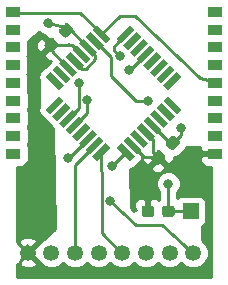
<source format=gbr>
%TF.GenerationSoftware,KiCad,Pcbnew,(5.0.0)*%
%TF.CreationDate,2019-02-01T22:06:09+01:00*%
%TF.ProjectId,HM-LC-Sw1-Pl-DN-R1_OBII,484D2D4C432D5377312D506C2D444E2D,rev?*%
%TF.SameCoordinates,Original*%
%TF.FileFunction,Copper,L1,Top,Signal*%
%TF.FilePolarity,Positive*%
%FSLAX46Y46*%
G04 Gerber Fmt 4.6, Leading zero omitted, Abs format (unit mm)*
G04 Created by KiCad (PCBNEW (5.0.0)) date 02/01/19 22:06:09*
%MOMM*%
%LPD*%
G01*
G04 APERTURE LIST*
%ADD10R,1.350000X1.350000*%
%ADD11C,1.350000*%
%ADD12C,0.550000*%
%ADD13C,0.150000*%
%ADD14C,0.950000*%
%ADD15R,1.300000X0.900000*%
%ADD16C,0.800000*%
%ADD17C,0.250000*%
%ADD18C,0.254000*%
G04 APERTURE END LIST*
D10*
X155500000Y-97750000D03*
D11*
X155700000Y-101250000D03*
X141700000Y-101250000D03*
X143700000Y-101250000D03*
X145700000Y-101250000D03*
X147700000Y-101250000D03*
X149700000Y-101250000D03*
X151700000Y-101250000D03*
X153700000Y-101250000D03*
D12*
X147924695Y-82764897D03*
D13*
G36*
X147164555Y-82393666D02*
X147553464Y-82004757D01*
X148684835Y-83136128D01*
X148295926Y-83525037D01*
X147164555Y-82393666D01*
X147164555Y-82393666D01*
G37*
D12*
X147359010Y-83330583D03*
D13*
G36*
X146598870Y-82959352D02*
X146987779Y-82570443D01*
X148119150Y-83701814D01*
X147730241Y-84090723D01*
X146598870Y-82959352D01*
X146598870Y-82959352D01*
G37*
D12*
X146793324Y-83896268D03*
D13*
G36*
X146033184Y-83525037D02*
X146422093Y-83136128D01*
X147553464Y-84267499D01*
X147164555Y-84656408D01*
X146033184Y-83525037D01*
X146033184Y-83525037D01*
G37*
D12*
X146227639Y-84461953D03*
D13*
G36*
X145467499Y-84090722D02*
X145856408Y-83701813D01*
X146987779Y-84833184D01*
X146598870Y-85222093D01*
X145467499Y-84090722D01*
X145467499Y-84090722D01*
G37*
D12*
X145661953Y-85027639D03*
D13*
G36*
X144901813Y-84656408D02*
X145290722Y-84267499D01*
X146422093Y-85398870D01*
X146033184Y-85787779D01*
X144901813Y-84656408D01*
X144901813Y-84656408D01*
G37*
D12*
X145096268Y-85593324D03*
D13*
G36*
X144336128Y-85222093D02*
X144725037Y-84833184D01*
X145856408Y-85964555D01*
X145467499Y-86353464D01*
X144336128Y-85222093D01*
X144336128Y-85222093D01*
G37*
D12*
X144530583Y-86159010D03*
D13*
G36*
X143770443Y-85787779D02*
X144159352Y-85398870D01*
X145290723Y-86530241D01*
X144901814Y-86919150D01*
X143770443Y-85787779D01*
X143770443Y-85787779D01*
G37*
D12*
X143964897Y-86724695D03*
D13*
G36*
X143204757Y-86353464D02*
X143593666Y-85964555D01*
X144725037Y-87095926D01*
X144336128Y-87484835D01*
X143204757Y-86353464D01*
X143204757Y-86353464D01*
G37*
D12*
X143964897Y-88775305D03*
D13*
G36*
X143593666Y-89535445D02*
X143204757Y-89146536D01*
X144336128Y-88015165D01*
X144725037Y-88404074D01*
X143593666Y-89535445D01*
X143593666Y-89535445D01*
G37*
D12*
X144530583Y-89340990D03*
D13*
G36*
X144159352Y-90101130D02*
X143770443Y-89712221D01*
X144901814Y-88580850D01*
X145290723Y-88969759D01*
X144159352Y-90101130D01*
X144159352Y-90101130D01*
G37*
D12*
X145096268Y-89906676D03*
D13*
G36*
X144725037Y-90666816D02*
X144336128Y-90277907D01*
X145467499Y-89146536D01*
X145856408Y-89535445D01*
X144725037Y-90666816D01*
X144725037Y-90666816D01*
G37*
D12*
X145661953Y-90472361D03*
D13*
G36*
X145290722Y-91232501D02*
X144901813Y-90843592D01*
X146033184Y-89712221D01*
X146422093Y-90101130D01*
X145290722Y-91232501D01*
X145290722Y-91232501D01*
G37*
D12*
X146227639Y-91038047D03*
D13*
G36*
X145856408Y-91798187D02*
X145467499Y-91409278D01*
X146598870Y-90277907D01*
X146987779Y-90666816D01*
X145856408Y-91798187D01*
X145856408Y-91798187D01*
G37*
D12*
X146793324Y-91603732D03*
D13*
G36*
X146422093Y-92363872D02*
X146033184Y-91974963D01*
X147164555Y-90843592D01*
X147553464Y-91232501D01*
X146422093Y-92363872D01*
X146422093Y-92363872D01*
G37*
D12*
X147359010Y-92169417D03*
D13*
G36*
X146987779Y-92929557D02*
X146598870Y-92540648D01*
X147730241Y-91409277D01*
X148119150Y-91798186D01*
X146987779Y-92929557D01*
X146987779Y-92929557D01*
G37*
D12*
X147924695Y-92735103D03*
D13*
G36*
X147553464Y-93495243D02*
X147164555Y-93106334D01*
X148295926Y-91974963D01*
X148684835Y-92363872D01*
X147553464Y-93495243D01*
X147553464Y-93495243D01*
G37*
D12*
X149975305Y-92735103D03*
D13*
G36*
X149215165Y-92363872D02*
X149604074Y-91974963D01*
X150735445Y-93106334D01*
X150346536Y-93495243D01*
X149215165Y-92363872D01*
X149215165Y-92363872D01*
G37*
D12*
X150540990Y-92169417D03*
D13*
G36*
X149780850Y-91798186D02*
X150169759Y-91409277D01*
X151301130Y-92540648D01*
X150912221Y-92929557D01*
X149780850Y-91798186D01*
X149780850Y-91798186D01*
G37*
D12*
X151106676Y-91603732D03*
D13*
G36*
X150346536Y-91232501D02*
X150735445Y-90843592D01*
X151866816Y-91974963D01*
X151477907Y-92363872D01*
X150346536Y-91232501D01*
X150346536Y-91232501D01*
G37*
D12*
X151672361Y-91038047D03*
D13*
G36*
X150912221Y-90666816D02*
X151301130Y-90277907D01*
X152432501Y-91409278D01*
X152043592Y-91798187D01*
X150912221Y-90666816D01*
X150912221Y-90666816D01*
G37*
D12*
X152238047Y-90472361D03*
D13*
G36*
X151477907Y-90101130D02*
X151866816Y-89712221D01*
X152998187Y-90843592D01*
X152609278Y-91232501D01*
X151477907Y-90101130D01*
X151477907Y-90101130D01*
G37*
D12*
X152803732Y-89906676D03*
D13*
G36*
X152043592Y-89535445D02*
X152432501Y-89146536D01*
X153563872Y-90277907D01*
X153174963Y-90666816D01*
X152043592Y-89535445D01*
X152043592Y-89535445D01*
G37*
D12*
X153369417Y-89340990D03*
D13*
G36*
X152609277Y-88969759D02*
X152998186Y-88580850D01*
X154129557Y-89712221D01*
X153740648Y-90101130D01*
X152609277Y-88969759D01*
X152609277Y-88969759D01*
G37*
D12*
X153935103Y-88775305D03*
D13*
G36*
X153174963Y-88404074D02*
X153563872Y-88015165D01*
X154695243Y-89146536D01*
X154306334Y-89535445D01*
X153174963Y-88404074D01*
X153174963Y-88404074D01*
G37*
D12*
X153935103Y-86724695D03*
D13*
G36*
X153563872Y-87484835D02*
X153174963Y-87095926D01*
X154306334Y-85964555D01*
X154695243Y-86353464D01*
X153563872Y-87484835D01*
X153563872Y-87484835D01*
G37*
D12*
X153369417Y-86159010D03*
D13*
G36*
X152998186Y-86919150D02*
X152609277Y-86530241D01*
X153740648Y-85398870D01*
X154129557Y-85787779D01*
X152998186Y-86919150D01*
X152998186Y-86919150D01*
G37*
D12*
X152803732Y-85593324D03*
D13*
G36*
X152432501Y-86353464D02*
X152043592Y-85964555D01*
X153174963Y-84833184D01*
X153563872Y-85222093D01*
X152432501Y-86353464D01*
X152432501Y-86353464D01*
G37*
D12*
X152238047Y-85027639D03*
D13*
G36*
X151866816Y-85787779D02*
X151477907Y-85398870D01*
X152609278Y-84267499D01*
X152998187Y-84656408D01*
X151866816Y-85787779D01*
X151866816Y-85787779D01*
G37*
D12*
X151672361Y-84461953D03*
D13*
G36*
X151301130Y-85222093D02*
X150912221Y-84833184D01*
X152043592Y-83701813D01*
X152432501Y-84090722D01*
X151301130Y-85222093D01*
X151301130Y-85222093D01*
G37*
D12*
X151106676Y-83896268D03*
D13*
G36*
X150735445Y-84656408D02*
X150346536Y-84267499D01*
X151477907Y-83136128D01*
X151866816Y-83525037D01*
X150735445Y-84656408D01*
X150735445Y-84656408D01*
G37*
D12*
X150540990Y-83330583D03*
D13*
G36*
X150169759Y-84090723D02*
X149780850Y-83701814D01*
X150912221Y-82570443D01*
X151301130Y-82959352D01*
X150169759Y-84090723D01*
X150169759Y-84090723D01*
G37*
D12*
X149975305Y-82764897D03*
D13*
G36*
X149604074Y-83525037D02*
X149215165Y-83136128D01*
X150346536Y-82004757D01*
X150735445Y-82393666D01*
X149604074Y-83525037D01*
X149604074Y-83525037D01*
G37*
G36*
X145002352Y-81823695D02*
X145025407Y-81827114D01*
X145048016Y-81832778D01*
X145069960Y-81840630D01*
X145091030Y-81850595D01*
X145111021Y-81862577D01*
X145129741Y-81876461D01*
X145147011Y-81892113D01*
X145482887Y-82227989D01*
X145498539Y-82245259D01*
X145512423Y-82263979D01*
X145524405Y-82283970D01*
X145534370Y-82305040D01*
X145542222Y-82326984D01*
X145547886Y-82349593D01*
X145551305Y-82372648D01*
X145552449Y-82395927D01*
X145551305Y-82419206D01*
X145547886Y-82442261D01*
X145542222Y-82464870D01*
X145534370Y-82486814D01*
X145524405Y-82507884D01*
X145512423Y-82527875D01*
X145498539Y-82546595D01*
X145482887Y-82563865D01*
X145076301Y-82970451D01*
X145059031Y-82986103D01*
X145040311Y-82999987D01*
X145020320Y-83011969D01*
X144999250Y-83021934D01*
X144977306Y-83029786D01*
X144954697Y-83035450D01*
X144931642Y-83038869D01*
X144908363Y-83040013D01*
X144885084Y-83038869D01*
X144862029Y-83035450D01*
X144839420Y-83029786D01*
X144817476Y-83021934D01*
X144796406Y-83011969D01*
X144776415Y-82999987D01*
X144757695Y-82986103D01*
X144740425Y-82970451D01*
X144404549Y-82634575D01*
X144388897Y-82617305D01*
X144375013Y-82598585D01*
X144363031Y-82578594D01*
X144353066Y-82557524D01*
X144345214Y-82535580D01*
X144339550Y-82512971D01*
X144336131Y-82489916D01*
X144334987Y-82466637D01*
X144336131Y-82443358D01*
X144339550Y-82420303D01*
X144345214Y-82397694D01*
X144353066Y-82375750D01*
X144363031Y-82354680D01*
X144375013Y-82334689D01*
X144388897Y-82315969D01*
X144404549Y-82298699D01*
X144811135Y-81892113D01*
X144828405Y-81876461D01*
X144847125Y-81862577D01*
X144867116Y-81850595D01*
X144888186Y-81840630D01*
X144910130Y-81832778D01*
X144932739Y-81827114D01*
X144955794Y-81823695D01*
X144979073Y-81822551D01*
X145002352Y-81823695D01*
X145002352Y-81823695D01*
G37*
D14*
X144943718Y-82431282D03*
D13*
G36*
X143764916Y-83061131D02*
X143787971Y-83064550D01*
X143810580Y-83070214D01*
X143832524Y-83078066D01*
X143853594Y-83088031D01*
X143873585Y-83100013D01*
X143892305Y-83113897D01*
X143909575Y-83129549D01*
X144245451Y-83465425D01*
X144261103Y-83482695D01*
X144274987Y-83501415D01*
X144286969Y-83521406D01*
X144296934Y-83542476D01*
X144304786Y-83564420D01*
X144310450Y-83587029D01*
X144313869Y-83610084D01*
X144315013Y-83633363D01*
X144313869Y-83656642D01*
X144310450Y-83679697D01*
X144304786Y-83702306D01*
X144296934Y-83724250D01*
X144286969Y-83745320D01*
X144274987Y-83765311D01*
X144261103Y-83784031D01*
X144245451Y-83801301D01*
X143838865Y-84207887D01*
X143821595Y-84223539D01*
X143802875Y-84237423D01*
X143782884Y-84249405D01*
X143761814Y-84259370D01*
X143739870Y-84267222D01*
X143717261Y-84272886D01*
X143694206Y-84276305D01*
X143670927Y-84277449D01*
X143647648Y-84276305D01*
X143624593Y-84272886D01*
X143601984Y-84267222D01*
X143580040Y-84259370D01*
X143558970Y-84249405D01*
X143538979Y-84237423D01*
X143520259Y-84223539D01*
X143502989Y-84207887D01*
X143167113Y-83872011D01*
X143151461Y-83854741D01*
X143137577Y-83836021D01*
X143125595Y-83816030D01*
X143115630Y-83794960D01*
X143107778Y-83773016D01*
X143102114Y-83750407D01*
X143098695Y-83727352D01*
X143097551Y-83704073D01*
X143098695Y-83680794D01*
X143102114Y-83657739D01*
X143107778Y-83635130D01*
X143115630Y-83613186D01*
X143125595Y-83592116D01*
X143137577Y-83572125D01*
X143151461Y-83553405D01*
X143167113Y-83536135D01*
X143573699Y-83129549D01*
X143590969Y-83113897D01*
X143609689Y-83100013D01*
X143629680Y-83088031D01*
X143650750Y-83078066D01*
X143672694Y-83070214D01*
X143695303Y-83064550D01*
X143718358Y-83061131D01*
X143741637Y-83059987D01*
X143764916Y-83061131D01*
X143764916Y-83061131D01*
G37*
D14*
X143706282Y-83668718D03*
D13*
G36*
X152789916Y-92586131D02*
X152812971Y-92589550D01*
X152835580Y-92595214D01*
X152857524Y-92603066D01*
X152878594Y-92613031D01*
X152898585Y-92625013D01*
X152917305Y-92638897D01*
X152934575Y-92654549D01*
X153270451Y-92990425D01*
X153286103Y-93007695D01*
X153299987Y-93026415D01*
X153311969Y-93046406D01*
X153321934Y-93067476D01*
X153329786Y-93089420D01*
X153335450Y-93112029D01*
X153338869Y-93135084D01*
X153340013Y-93158363D01*
X153338869Y-93181642D01*
X153335450Y-93204697D01*
X153329786Y-93227306D01*
X153321934Y-93249250D01*
X153311969Y-93270320D01*
X153299987Y-93290311D01*
X153286103Y-93309031D01*
X153270451Y-93326301D01*
X152863865Y-93732887D01*
X152846595Y-93748539D01*
X152827875Y-93762423D01*
X152807884Y-93774405D01*
X152786814Y-93784370D01*
X152764870Y-93792222D01*
X152742261Y-93797886D01*
X152719206Y-93801305D01*
X152695927Y-93802449D01*
X152672648Y-93801305D01*
X152649593Y-93797886D01*
X152626984Y-93792222D01*
X152605040Y-93784370D01*
X152583970Y-93774405D01*
X152563979Y-93762423D01*
X152545259Y-93748539D01*
X152527989Y-93732887D01*
X152192113Y-93397011D01*
X152176461Y-93379741D01*
X152162577Y-93361021D01*
X152150595Y-93341030D01*
X152140630Y-93319960D01*
X152132778Y-93298016D01*
X152127114Y-93275407D01*
X152123695Y-93252352D01*
X152122551Y-93229073D01*
X152123695Y-93205794D01*
X152127114Y-93182739D01*
X152132778Y-93160130D01*
X152140630Y-93138186D01*
X152150595Y-93117116D01*
X152162577Y-93097125D01*
X152176461Y-93078405D01*
X152192113Y-93061135D01*
X152598699Y-92654549D01*
X152615969Y-92638897D01*
X152634689Y-92625013D01*
X152654680Y-92613031D01*
X152675750Y-92603066D01*
X152697694Y-92595214D01*
X152720303Y-92589550D01*
X152743358Y-92586131D01*
X152766637Y-92584987D01*
X152789916Y-92586131D01*
X152789916Y-92586131D01*
G37*
D14*
X152731282Y-93193718D03*
D13*
G36*
X154027352Y-91348695D02*
X154050407Y-91352114D01*
X154073016Y-91357778D01*
X154094960Y-91365630D01*
X154116030Y-91375595D01*
X154136021Y-91387577D01*
X154154741Y-91401461D01*
X154172011Y-91417113D01*
X154507887Y-91752989D01*
X154523539Y-91770259D01*
X154537423Y-91788979D01*
X154549405Y-91808970D01*
X154559370Y-91830040D01*
X154567222Y-91851984D01*
X154572886Y-91874593D01*
X154576305Y-91897648D01*
X154577449Y-91920927D01*
X154576305Y-91944206D01*
X154572886Y-91967261D01*
X154567222Y-91989870D01*
X154559370Y-92011814D01*
X154549405Y-92032884D01*
X154537423Y-92052875D01*
X154523539Y-92071595D01*
X154507887Y-92088865D01*
X154101301Y-92495451D01*
X154084031Y-92511103D01*
X154065311Y-92524987D01*
X154045320Y-92536969D01*
X154024250Y-92546934D01*
X154002306Y-92554786D01*
X153979697Y-92560450D01*
X153956642Y-92563869D01*
X153933363Y-92565013D01*
X153910084Y-92563869D01*
X153887029Y-92560450D01*
X153864420Y-92554786D01*
X153842476Y-92546934D01*
X153821406Y-92536969D01*
X153801415Y-92524987D01*
X153782695Y-92511103D01*
X153765425Y-92495451D01*
X153429549Y-92159575D01*
X153413897Y-92142305D01*
X153400013Y-92123585D01*
X153388031Y-92103594D01*
X153378066Y-92082524D01*
X153370214Y-92060580D01*
X153364550Y-92037971D01*
X153361131Y-92014916D01*
X153359987Y-91991637D01*
X153361131Y-91968358D01*
X153364550Y-91945303D01*
X153370214Y-91922694D01*
X153378066Y-91900750D01*
X153388031Y-91879680D01*
X153400013Y-91859689D01*
X153413897Y-91840969D01*
X153429549Y-91823699D01*
X153836135Y-91417113D01*
X153853405Y-91401461D01*
X153872125Y-91387577D01*
X153892116Y-91375595D01*
X153913186Y-91365630D01*
X153935130Y-91357778D01*
X153957739Y-91352114D01*
X153980794Y-91348695D01*
X154004073Y-91347551D01*
X154027352Y-91348695D01*
X154027352Y-91348695D01*
G37*
D14*
X153968718Y-91956282D03*
D13*
G36*
X152160779Y-97276144D02*
X152183834Y-97279563D01*
X152206443Y-97285227D01*
X152228387Y-97293079D01*
X152249457Y-97303044D01*
X152269448Y-97315026D01*
X152288168Y-97328910D01*
X152305438Y-97344562D01*
X152321090Y-97361832D01*
X152334974Y-97380552D01*
X152346956Y-97400543D01*
X152356921Y-97421613D01*
X152364773Y-97443557D01*
X152370437Y-97466166D01*
X152373856Y-97489221D01*
X152375000Y-97512500D01*
X152375000Y-97987500D01*
X152373856Y-98010779D01*
X152370437Y-98033834D01*
X152364773Y-98056443D01*
X152356921Y-98078387D01*
X152346956Y-98099457D01*
X152334974Y-98119448D01*
X152321090Y-98138168D01*
X152305438Y-98155438D01*
X152288168Y-98171090D01*
X152269448Y-98184974D01*
X152249457Y-98196956D01*
X152228387Y-98206921D01*
X152206443Y-98214773D01*
X152183834Y-98220437D01*
X152160779Y-98223856D01*
X152137500Y-98225000D01*
X151562500Y-98225000D01*
X151539221Y-98223856D01*
X151516166Y-98220437D01*
X151493557Y-98214773D01*
X151471613Y-98206921D01*
X151450543Y-98196956D01*
X151430552Y-98184974D01*
X151411832Y-98171090D01*
X151394562Y-98155438D01*
X151378910Y-98138168D01*
X151365026Y-98119448D01*
X151353044Y-98099457D01*
X151343079Y-98078387D01*
X151335227Y-98056443D01*
X151329563Y-98033834D01*
X151326144Y-98010779D01*
X151325000Y-97987500D01*
X151325000Y-97512500D01*
X151326144Y-97489221D01*
X151329563Y-97466166D01*
X151335227Y-97443557D01*
X151343079Y-97421613D01*
X151353044Y-97400543D01*
X151365026Y-97380552D01*
X151378910Y-97361832D01*
X151394562Y-97344562D01*
X151411832Y-97328910D01*
X151430552Y-97315026D01*
X151450543Y-97303044D01*
X151471613Y-97293079D01*
X151493557Y-97285227D01*
X151516166Y-97279563D01*
X151539221Y-97276144D01*
X151562500Y-97275000D01*
X152137500Y-97275000D01*
X152160779Y-97276144D01*
X152160779Y-97276144D01*
G37*
D14*
X151850000Y-97750000D03*
D13*
G36*
X153910779Y-97276144D02*
X153933834Y-97279563D01*
X153956443Y-97285227D01*
X153978387Y-97293079D01*
X153999457Y-97303044D01*
X154019448Y-97315026D01*
X154038168Y-97328910D01*
X154055438Y-97344562D01*
X154071090Y-97361832D01*
X154084974Y-97380552D01*
X154096956Y-97400543D01*
X154106921Y-97421613D01*
X154114773Y-97443557D01*
X154120437Y-97466166D01*
X154123856Y-97489221D01*
X154125000Y-97512500D01*
X154125000Y-97987500D01*
X154123856Y-98010779D01*
X154120437Y-98033834D01*
X154114773Y-98056443D01*
X154106921Y-98078387D01*
X154096956Y-98099457D01*
X154084974Y-98119448D01*
X154071090Y-98138168D01*
X154055438Y-98155438D01*
X154038168Y-98171090D01*
X154019448Y-98184974D01*
X153999457Y-98196956D01*
X153978387Y-98206921D01*
X153956443Y-98214773D01*
X153933834Y-98220437D01*
X153910779Y-98223856D01*
X153887500Y-98225000D01*
X153312500Y-98225000D01*
X153289221Y-98223856D01*
X153266166Y-98220437D01*
X153243557Y-98214773D01*
X153221613Y-98206921D01*
X153200543Y-98196956D01*
X153180552Y-98184974D01*
X153161832Y-98171090D01*
X153144562Y-98155438D01*
X153128910Y-98138168D01*
X153115026Y-98119448D01*
X153103044Y-98099457D01*
X153093079Y-98078387D01*
X153085227Y-98056443D01*
X153079563Y-98033834D01*
X153076144Y-98010779D01*
X153075000Y-97987500D01*
X153075000Y-97512500D01*
X153076144Y-97489221D01*
X153079563Y-97466166D01*
X153085227Y-97443557D01*
X153093079Y-97421613D01*
X153103044Y-97400543D01*
X153115026Y-97380552D01*
X153128910Y-97361832D01*
X153144562Y-97344562D01*
X153161832Y-97328910D01*
X153180552Y-97315026D01*
X153200543Y-97303044D01*
X153221613Y-97293079D01*
X153243557Y-97285227D01*
X153266166Y-97279563D01*
X153289221Y-97276144D01*
X153312500Y-97275000D01*
X153887500Y-97275000D01*
X153910779Y-97276144D01*
X153910779Y-97276144D01*
G37*
D14*
X153600000Y-97750000D03*
D15*
X157545000Y-92875000D03*
X157545000Y-91375000D03*
X157545000Y-89875000D03*
X157545000Y-88375000D03*
X157545000Y-86875000D03*
X157545000Y-85375000D03*
X157545000Y-83875000D03*
X157545000Y-82375000D03*
X157545000Y-80875000D03*
X140465000Y-92875000D03*
X140465000Y-91375000D03*
X140465000Y-89875000D03*
X140465000Y-88375000D03*
X140455000Y-86875000D03*
X140455000Y-85375000D03*
X140455000Y-83875000D03*
X140455000Y-82375000D03*
X140465000Y-80875000D03*
D16*
X148700000Y-96850000D03*
X145100000Y-93250000D03*
X148800000Y-93900000D03*
X149500000Y-84600000D03*
X143425000Y-81850000D03*
X154650000Y-90700000D03*
X153600000Y-95400000D03*
X150300000Y-85750000D03*
X146700000Y-88350000D03*
X151900000Y-88400000D03*
X146000000Y-86900000D03*
D17*
X148700000Y-96850000D02*
X148700000Y-96850000D01*
X145147056Y-93250000D02*
X146793324Y-91603732D01*
X145100000Y-93250000D02*
X145147056Y-93250000D01*
X150850000Y-98900000D02*
X148700000Y-96850000D01*
X153100000Y-98900000D02*
X150850000Y-98900000D01*
X154924991Y-100575001D02*
X153100000Y-98900000D01*
X154925001Y-100575001D02*
X154924991Y-100575001D01*
X155600000Y-101250000D02*
X154925001Y-100575001D01*
X155700000Y-101250000D02*
X155600000Y-101250000D01*
X145700000Y-100050000D02*
X145700000Y-101250000D01*
X147359010Y-92169417D02*
X145700000Y-93800000D01*
X145700000Y-93800000D02*
X145700000Y-100050000D01*
X147950000Y-96000000D02*
X147924695Y-92735103D01*
X147950000Y-98800000D02*
X147950000Y-98550000D01*
X147950000Y-98550000D02*
X147950000Y-96000000D01*
X147950000Y-99600000D02*
X147950000Y-98550000D01*
X149600000Y-101250000D02*
X147950000Y-99600000D01*
X149700000Y-101250000D02*
X149600000Y-101250000D01*
X149975305Y-92735103D02*
X149710141Y-93000267D01*
X149710141Y-93000267D02*
X149699733Y-93000267D01*
X148810408Y-93900000D02*
X149975305Y-92735103D01*
X148800000Y-93900000D02*
X148810408Y-93900000D01*
X149338910Y-83401292D02*
X149975305Y-82764897D01*
X149000000Y-83800000D02*
X149338910Y-83401292D01*
X149500000Y-84600000D02*
X149000000Y-84150000D01*
X149000000Y-84150000D02*
X149000000Y-83800000D01*
X145328338Y-82431282D02*
X146793324Y-83896268D01*
X144943718Y-82431282D02*
X145328338Y-82431282D01*
X147429719Y-84532663D02*
X146793324Y-83896268D01*
X147429719Y-84850879D02*
X147429719Y-84532663D01*
X146616564Y-85664034D02*
X147429719Y-84850879D01*
X146298348Y-85664034D02*
X146616564Y-85664034D01*
X145661953Y-85027639D02*
X146298348Y-85664034D01*
X144537132Y-82024696D02*
X143425000Y-81850000D01*
X144943718Y-82431282D02*
X144537132Y-82024696D01*
X143599696Y-82024696D02*
X143425000Y-81850000D01*
X143425000Y-81850000D02*
X143599696Y-82024696D01*
X154650000Y-91275000D02*
X153968718Y-91956282D01*
X154650000Y-90700000D02*
X154650000Y-91275000D01*
X153721968Y-91956282D02*
X152238047Y-90472361D01*
X153968718Y-91956282D02*
X153721968Y-91956282D01*
X143875000Y-100975000D02*
X143600000Y-101250000D01*
X145434404Y-83668718D02*
X143706282Y-83668718D01*
X146227639Y-84461953D02*
X145434404Y-83668718D01*
X143706282Y-84203338D02*
X143706282Y-83668718D01*
X145096268Y-85593324D02*
X143706282Y-84203338D01*
X152308756Y-91674442D02*
X151672361Y-91038047D01*
X152324696Y-91690382D02*
X152308756Y-91674442D01*
X152324696Y-92787132D02*
X152324696Y-91690382D01*
X152731282Y-93193718D02*
X152324696Y-92787132D01*
X151565291Y-93193718D02*
X150540990Y-92169417D01*
X152731282Y-93193718D02*
X151565291Y-93193718D01*
X141600000Y-101250000D02*
X141600000Y-100600000D01*
X141025001Y-101924999D02*
X141025001Y-102274999D01*
X141025001Y-101924999D02*
X141700000Y-101250000D01*
X140800000Y-100350000D02*
X141700000Y-101250000D01*
X141700000Y-101250000D02*
X141025001Y-100574999D01*
X153600000Y-97750000D02*
X155950000Y-97750000D01*
X153600000Y-97750000D02*
X153600000Y-97175000D01*
X153600000Y-97175000D02*
X153600000Y-95400000D01*
X153600000Y-95400000D02*
X153600000Y-95400000D01*
X150384314Y-85750000D02*
X151672361Y-84461953D01*
X150300000Y-85750000D02*
X150384314Y-85750000D01*
X145661953Y-90472361D02*
X146700000Y-89434314D01*
X146700000Y-89434314D02*
X146700000Y-88350000D01*
X146700000Y-88350000D02*
X146700000Y-88350000D01*
X140400010Y-80975000D02*
X140525000Y-80975000D01*
X146100000Y-80975000D02*
X140400010Y-80975000D01*
X147924695Y-82764897D02*
X147550000Y-82350000D01*
X147550000Y-82350000D02*
X146100000Y-80975000D01*
X149500000Y-81200000D02*
X150750000Y-81200000D01*
X147924695Y-82764897D02*
X149500000Y-81200000D01*
X150750000Y-81200000D02*
X156300000Y-86500000D01*
X156300000Y-86500000D02*
X157945000Y-86875000D01*
X150850000Y-88400000D02*
X150850000Y-88400000D01*
X150850000Y-88400000D02*
X151900000Y-88400000D01*
X148750000Y-86300000D02*
X150850000Y-88400000D01*
X147359010Y-83330583D02*
X148750000Y-84700000D01*
X148750000Y-84700000D02*
X148750000Y-86300000D01*
X146000000Y-87350000D02*
X146000000Y-87350000D01*
X146000000Y-89002944D02*
X145096268Y-89906676D01*
X146000000Y-86900000D02*
X146000000Y-89002944D01*
D18*
G36*
X142838720Y-82727431D02*
X143123449Y-82845369D01*
X143123449Y-82906280D01*
X143706282Y-83489113D01*
X143720425Y-83474971D01*
X143900030Y-83654576D01*
X143885887Y-83668718D01*
X143900030Y-83682861D01*
X143720425Y-83862466D01*
X143706282Y-83848323D01*
X143088094Y-84466511D01*
X143088094Y-84691018D01*
X143132600Y-84735524D01*
X143311229Y-84914152D01*
X143544618Y-85010825D01*
X143631779Y-85010825D01*
X143312634Y-85329970D01*
X143241828Y-85435938D01*
X143135857Y-85506746D01*
X142746948Y-85895655D01*
X142606600Y-86105699D01*
X142557317Y-86353464D01*
X142606600Y-86601229D01*
X142626597Y-86631157D01*
X142670050Y-88803811D01*
X142606600Y-88898771D01*
X142557317Y-89146536D01*
X142606600Y-89394301D01*
X142746948Y-89604345D01*
X143135857Y-89993254D01*
X143241828Y-90064062D01*
X143312634Y-90170030D01*
X143701543Y-90558939D01*
X143777085Y-90609415D01*
X143873718Y-90742285D01*
X144022013Y-99244532D01*
X143096207Y-100082166D01*
X142957945Y-100139436D01*
X142589436Y-100507945D01*
X142566650Y-100562955D01*
X141879605Y-101250000D01*
X142566650Y-101937045D01*
X142589436Y-101992055D01*
X142957945Y-102360564D01*
X143439425Y-102560000D01*
X143960575Y-102560000D01*
X144442055Y-102360564D01*
X144700000Y-102102619D01*
X144957945Y-102360564D01*
X145439425Y-102560000D01*
X145960575Y-102560000D01*
X146442055Y-102360564D01*
X146700000Y-102102619D01*
X146957945Y-102360564D01*
X147439425Y-102560000D01*
X147960575Y-102560000D01*
X148442055Y-102360564D01*
X148700000Y-102102619D01*
X148957945Y-102360564D01*
X149439425Y-102560000D01*
X149960575Y-102560000D01*
X150442055Y-102360564D01*
X150700000Y-102102619D01*
X150957945Y-102360564D01*
X151439425Y-102560000D01*
X151960575Y-102560000D01*
X152442055Y-102360564D01*
X152700000Y-102102619D01*
X152957945Y-102360564D01*
X153439425Y-102560000D01*
X153960575Y-102560000D01*
X154442055Y-102360564D01*
X154700000Y-102102619D01*
X154957945Y-102360564D01*
X155439425Y-102560000D01*
X155960575Y-102560000D01*
X156442055Y-102360564D01*
X156810564Y-101992055D01*
X157010000Y-101510575D01*
X157010000Y-100989425D01*
X156810564Y-100507945D01*
X156477000Y-100174381D01*
X156477000Y-99000000D01*
X156474768Y-98988409D01*
X156632809Y-98882809D01*
X156773157Y-98672765D01*
X156822440Y-98425000D01*
X156822440Y-97075000D01*
X156773157Y-96827235D01*
X156632809Y-96617191D01*
X156422765Y-96476843D01*
X156175000Y-96427560D01*
X154825000Y-96427560D01*
X154577235Y-96476843D01*
X154367191Y-96617191D01*
X154360000Y-96627953D01*
X154360000Y-96103711D01*
X154477431Y-95986280D01*
X154635000Y-95605874D01*
X154635000Y-95194126D01*
X154477431Y-94813720D01*
X154186280Y-94522569D01*
X153805874Y-94365000D01*
X153394126Y-94365000D01*
X153013720Y-94522569D01*
X152722569Y-94813720D01*
X152565000Y-95194126D01*
X152565000Y-95605874D01*
X152722569Y-95986280D01*
X152840001Y-96103712D01*
X152840000Y-96784356D01*
X152805460Y-96807435D01*
X152734698Y-96736673D01*
X152501309Y-96640000D01*
X152135750Y-96640000D01*
X151977000Y-96798750D01*
X151977000Y-97623000D01*
X151997000Y-97623000D01*
X151997000Y-97877000D01*
X151977000Y-97877000D01*
X151977000Y-97897000D01*
X151723000Y-97897000D01*
X151723000Y-97877000D01*
X151703000Y-97877000D01*
X151703000Y-97623000D01*
X151723000Y-97623000D01*
X151723000Y-96798750D01*
X151564250Y-96640000D01*
X151198691Y-96640000D01*
X150965302Y-96736673D01*
X150786673Y-96915301D01*
X150690000Y-97148690D01*
X150690000Y-97464250D01*
X150848748Y-97622998D01*
X150690000Y-97622998D01*
X150690000Y-97697337D01*
X150421201Y-97441040D01*
X150379367Y-94136153D01*
X150594301Y-94093400D01*
X150746787Y-93991511D01*
X152113094Y-93991511D01*
X152113094Y-94216018D01*
X152157600Y-94260524D01*
X152336229Y-94439152D01*
X152569618Y-94535825D01*
X152822236Y-94535824D01*
X153055626Y-94439152D01*
X153314115Y-94180662D01*
X153314115Y-93956156D01*
X152731282Y-93373323D01*
X152113094Y-93991511D01*
X150746787Y-93991511D01*
X150804345Y-93953052D01*
X151193254Y-93564143D01*
X151252083Y-93476101D01*
X151271919Y-93467884D01*
X151353632Y-93386171D01*
X151353632Y-93253400D01*
X151368851Y-93176886D01*
X151389176Y-93197211D01*
X151389175Y-93350628D01*
X151366481Y-93373323D01*
X151389175Y-93350629D01*
X151389175Y-93355382D01*
X151485848Y-93588771D01*
X151664476Y-93767400D01*
X151708982Y-93811906D01*
X151933489Y-93811906D01*
X152551677Y-93193718D01*
X152537535Y-93179576D01*
X152717140Y-92999971D01*
X152731282Y-93014113D01*
X152745425Y-92999971D01*
X152925030Y-93179576D01*
X152910887Y-93193718D01*
X153493720Y-93776551D01*
X153718226Y-93776551D01*
X153976716Y-93518062D01*
X154073388Y-93284672D01*
X154073388Y-93184600D01*
X154272015Y-93145091D01*
X154559110Y-92953260D01*
X154965696Y-92546674D01*
X155112478Y-92327000D01*
X156260000Y-92327000D01*
X156260000Y-92589250D01*
X156418750Y-92748000D01*
X157190000Y-92748000D01*
X157190000Y-93002000D01*
X156418750Y-93002000D01*
X156260000Y-93160750D01*
X156260000Y-93451310D01*
X156356673Y-93684699D01*
X156535302Y-93863327D01*
X156768691Y-93960000D01*
X157190000Y-93960000D01*
X157190000Y-103290000D01*
X140810000Y-103290000D01*
X140810000Y-102245396D01*
X140847106Y-102282502D01*
X140962459Y-102167149D01*
X141021219Y-102400328D01*
X141513100Y-102572522D01*
X142033434Y-102543375D01*
X142378781Y-102400328D01*
X142437542Y-102167147D01*
X141700000Y-101429605D01*
X141685858Y-101443748D01*
X141506253Y-101264143D01*
X141520395Y-101250000D01*
X141506253Y-101235858D01*
X141685858Y-101056253D01*
X141700000Y-101070395D01*
X142437542Y-100332853D01*
X142378781Y-100099672D01*
X141886900Y-99927478D01*
X141366566Y-99956625D01*
X141021219Y-100099672D01*
X140962459Y-100332851D01*
X140847106Y-100217498D01*
X140810000Y-100254604D01*
X140810000Y-93972440D01*
X141115000Y-93972440D01*
X141362765Y-93923157D01*
X141572809Y-93782809D01*
X141713157Y-93572765D01*
X141762440Y-93325000D01*
X141762440Y-92425000D01*
X141713157Y-92177235D01*
X141678254Y-92125000D01*
X141713157Y-92072765D01*
X141762440Y-91825000D01*
X141762440Y-90925000D01*
X141713157Y-90677235D01*
X141678254Y-90625000D01*
X141713157Y-90572765D01*
X141762440Y-90325000D01*
X141762440Y-89425000D01*
X141713157Y-89177235D01*
X141678254Y-89125000D01*
X141713157Y-89072765D01*
X141762440Y-88825000D01*
X141762440Y-87925000D01*
X141713157Y-87677235D01*
X141673254Y-87617517D01*
X141703157Y-87572765D01*
X141752440Y-87325000D01*
X141752440Y-86425000D01*
X141703157Y-86177235D01*
X141668254Y-86125000D01*
X141703157Y-86072765D01*
X141752440Y-85825000D01*
X141752440Y-84925000D01*
X141703157Y-84677235D01*
X141668254Y-84625000D01*
X141703157Y-84572765D01*
X141752440Y-84325000D01*
X141752440Y-83830382D01*
X142364175Y-83830382D01*
X142460848Y-84063771D01*
X142639476Y-84242400D01*
X142683982Y-84286906D01*
X142908489Y-84286906D01*
X143526677Y-83668718D01*
X142943844Y-83085885D01*
X142719338Y-83085885D01*
X142460848Y-83344374D01*
X142364176Y-83577764D01*
X142364175Y-83830382D01*
X141752440Y-83830382D01*
X141752440Y-83425000D01*
X141731785Y-83321161D01*
X142656059Y-82544770D01*
X142838720Y-82727431D01*
X142838720Y-82727431D01*
G37*
X142838720Y-82727431D02*
X143123449Y-82845369D01*
X143123449Y-82906280D01*
X143706282Y-83489113D01*
X143720425Y-83474971D01*
X143900030Y-83654576D01*
X143885887Y-83668718D01*
X143900030Y-83682861D01*
X143720425Y-83862466D01*
X143706282Y-83848323D01*
X143088094Y-84466511D01*
X143088094Y-84691018D01*
X143132600Y-84735524D01*
X143311229Y-84914152D01*
X143544618Y-85010825D01*
X143631779Y-85010825D01*
X143312634Y-85329970D01*
X143241828Y-85435938D01*
X143135857Y-85506746D01*
X142746948Y-85895655D01*
X142606600Y-86105699D01*
X142557317Y-86353464D01*
X142606600Y-86601229D01*
X142626597Y-86631157D01*
X142670050Y-88803811D01*
X142606600Y-88898771D01*
X142557317Y-89146536D01*
X142606600Y-89394301D01*
X142746948Y-89604345D01*
X143135857Y-89993254D01*
X143241828Y-90064062D01*
X143312634Y-90170030D01*
X143701543Y-90558939D01*
X143777085Y-90609415D01*
X143873718Y-90742285D01*
X144022013Y-99244532D01*
X143096207Y-100082166D01*
X142957945Y-100139436D01*
X142589436Y-100507945D01*
X142566650Y-100562955D01*
X141879605Y-101250000D01*
X142566650Y-101937045D01*
X142589436Y-101992055D01*
X142957945Y-102360564D01*
X143439425Y-102560000D01*
X143960575Y-102560000D01*
X144442055Y-102360564D01*
X144700000Y-102102619D01*
X144957945Y-102360564D01*
X145439425Y-102560000D01*
X145960575Y-102560000D01*
X146442055Y-102360564D01*
X146700000Y-102102619D01*
X146957945Y-102360564D01*
X147439425Y-102560000D01*
X147960575Y-102560000D01*
X148442055Y-102360564D01*
X148700000Y-102102619D01*
X148957945Y-102360564D01*
X149439425Y-102560000D01*
X149960575Y-102560000D01*
X150442055Y-102360564D01*
X150700000Y-102102619D01*
X150957945Y-102360564D01*
X151439425Y-102560000D01*
X151960575Y-102560000D01*
X152442055Y-102360564D01*
X152700000Y-102102619D01*
X152957945Y-102360564D01*
X153439425Y-102560000D01*
X153960575Y-102560000D01*
X154442055Y-102360564D01*
X154700000Y-102102619D01*
X154957945Y-102360564D01*
X155439425Y-102560000D01*
X155960575Y-102560000D01*
X156442055Y-102360564D01*
X156810564Y-101992055D01*
X157010000Y-101510575D01*
X157010000Y-100989425D01*
X156810564Y-100507945D01*
X156477000Y-100174381D01*
X156477000Y-99000000D01*
X156474768Y-98988409D01*
X156632809Y-98882809D01*
X156773157Y-98672765D01*
X156822440Y-98425000D01*
X156822440Y-97075000D01*
X156773157Y-96827235D01*
X156632809Y-96617191D01*
X156422765Y-96476843D01*
X156175000Y-96427560D01*
X154825000Y-96427560D01*
X154577235Y-96476843D01*
X154367191Y-96617191D01*
X154360000Y-96627953D01*
X154360000Y-96103711D01*
X154477431Y-95986280D01*
X154635000Y-95605874D01*
X154635000Y-95194126D01*
X154477431Y-94813720D01*
X154186280Y-94522569D01*
X153805874Y-94365000D01*
X153394126Y-94365000D01*
X153013720Y-94522569D01*
X152722569Y-94813720D01*
X152565000Y-95194126D01*
X152565000Y-95605874D01*
X152722569Y-95986280D01*
X152840001Y-96103712D01*
X152840000Y-96784356D01*
X152805460Y-96807435D01*
X152734698Y-96736673D01*
X152501309Y-96640000D01*
X152135750Y-96640000D01*
X151977000Y-96798750D01*
X151977000Y-97623000D01*
X151997000Y-97623000D01*
X151997000Y-97877000D01*
X151977000Y-97877000D01*
X151977000Y-97897000D01*
X151723000Y-97897000D01*
X151723000Y-97877000D01*
X151703000Y-97877000D01*
X151703000Y-97623000D01*
X151723000Y-97623000D01*
X151723000Y-96798750D01*
X151564250Y-96640000D01*
X151198691Y-96640000D01*
X150965302Y-96736673D01*
X150786673Y-96915301D01*
X150690000Y-97148690D01*
X150690000Y-97464250D01*
X150848748Y-97622998D01*
X150690000Y-97622998D01*
X150690000Y-97697337D01*
X150421201Y-97441040D01*
X150379367Y-94136153D01*
X150594301Y-94093400D01*
X150746787Y-93991511D01*
X152113094Y-93991511D01*
X152113094Y-94216018D01*
X152157600Y-94260524D01*
X152336229Y-94439152D01*
X152569618Y-94535825D01*
X152822236Y-94535824D01*
X153055626Y-94439152D01*
X153314115Y-94180662D01*
X153314115Y-93956156D01*
X152731282Y-93373323D01*
X152113094Y-93991511D01*
X150746787Y-93991511D01*
X150804345Y-93953052D01*
X151193254Y-93564143D01*
X151252083Y-93476101D01*
X151271919Y-93467884D01*
X151353632Y-93386171D01*
X151353632Y-93253400D01*
X151368851Y-93176886D01*
X151389176Y-93197211D01*
X151389175Y-93350628D01*
X151366481Y-93373323D01*
X151389175Y-93350629D01*
X151389175Y-93355382D01*
X151485848Y-93588771D01*
X151664476Y-93767400D01*
X151708982Y-93811906D01*
X151933489Y-93811906D01*
X152551677Y-93193718D01*
X152537535Y-93179576D01*
X152717140Y-92999971D01*
X152731282Y-93014113D01*
X152745425Y-92999971D01*
X152925030Y-93179576D01*
X152910887Y-93193718D01*
X153493720Y-93776551D01*
X153718226Y-93776551D01*
X153976716Y-93518062D01*
X154073388Y-93284672D01*
X154073388Y-93184600D01*
X154272015Y-93145091D01*
X154559110Y-92953260D01*
X154965696Y-92546674D01*
X155112478Y-92327000D01*
X156260000Y-92327000D01*
X156260000Y-92589250D01*
X156418750Y-92748000D01*
X157190000Y-92748000D01*
X157190000Y-93002000D01*
X156418750Y-93002000D01*
X156260000Y-93160750D01*
X156260000Y-93451310D01*
X156356673Y-93684699D01*
X156535302Y-93863327D01*
X156768691Y-93960000D01*
X157190000Y-93960000D01*
X157190000Y-103290000D01*
X140810000Y-103290000D01*
X140810000Y-102245396D01*
X140847106Y-102282502D01*
X140962459Y-102167149D01*
X141021219Y-102400328D01*
X141513100Y-102572522D01*
X142033434Y-102543375D01*
X142378781Y-102400328D01*
X142437542Y-102167147D01*
X141700000Y-101429605D01*
X141685858Y-101443748D01*
X141506253Y-101264143D01*
X141520395Y-101250000D01*
X141506253Y-101235858D01*
X141685858Y-101056253D01*
X141700000Y-101070395D01*
X142437542Y-100332853D01*
X142378781Y-100099672D01*
X141886900Y-99927478D01*
X141366566Y-99956625D01*
X141021219Y-100099672D01*
X140962459Y-100332851D01*
X140847106Y-100217498D01*
X140810000Y-100254604D01*
X140810000Y-93972440D01*
X141115000Y-93972440D01*
X141362765Y-93923157D01*
X141572809Y-93782809D01*
X141713157Y-93572765D01*
X141762440Y-93325000D01*
X141762440Y-92425000D01*
X141713157Y-92177235D01*
X141678254Y-92125000D01*
X141713157Y-92072765D01*
X141762440Y-91825000D01*
X141762440Y-90925000D01*
X141713157Y-90677235D01*
X141678254Y-90625000D01*
X141713157Y-90572765D01*
X141762440Y-90325000D01*
X141762440Y-89425000D01*
X141713157Y-89177235D01*
X141678254Y-89125000D01*
X141713157Y-89072765D01*
X141762440Y-88825000D01*
X141762440Y-87925000D01*
X141713157Y-87677235D01*
X141673254Y-87617517D01*
X141703157Y-87572765D01*
X141752440Y-87325000D01*
X141752440Y-86425000D01*
X141703157Y-86177235D01*
X141668254Y-86125000D01*
X141703157Y-86072765D01*
X141752440Y-85825000D01*
X141752440Y-84925000D01*
X141703157Y-84677235D01*
X141668254Y-84625000D01*
X141703157Y-84572765D01*
X141752440Y-84325000D01*
X141752440Y-83830382D01*
X142364175Y-83830382D01*
X142460848Y-84063771D01*
X142639476Y-84242400D01*
X142683982Y-84286906D01*
X142908489Y-84286906D01*
X143526677Y-83668718D01*
X142943844Y-83085885D01*
X142719338Y-83085885D01*
X142460848Y-83344374D01*
X142364176Y-83577764D01*
X142364175Y-83830382D01*
X141752440Y-83830382D01*
X141752440Y-83425000D01*
X141731785Y-83321161D01*
X142656059Y-82544770D01*
X142838720Y-82727431D01*
G36*
X145220170Y-83634092D02*
X145143661Y-83649311D01*
X145100116Y-83649311D01*
X145212946Y-83626868D01*
X145220170Y-83634092D01*
X145220170Y-83634092D01*
G37*
X145220170Y-83634092D02*
X145143661Y-83649311D01*
X145100116Y-83649311D01*
X145212946Y-83626868D01*
X145220170Y-83634092D01*
M02*

</source>
